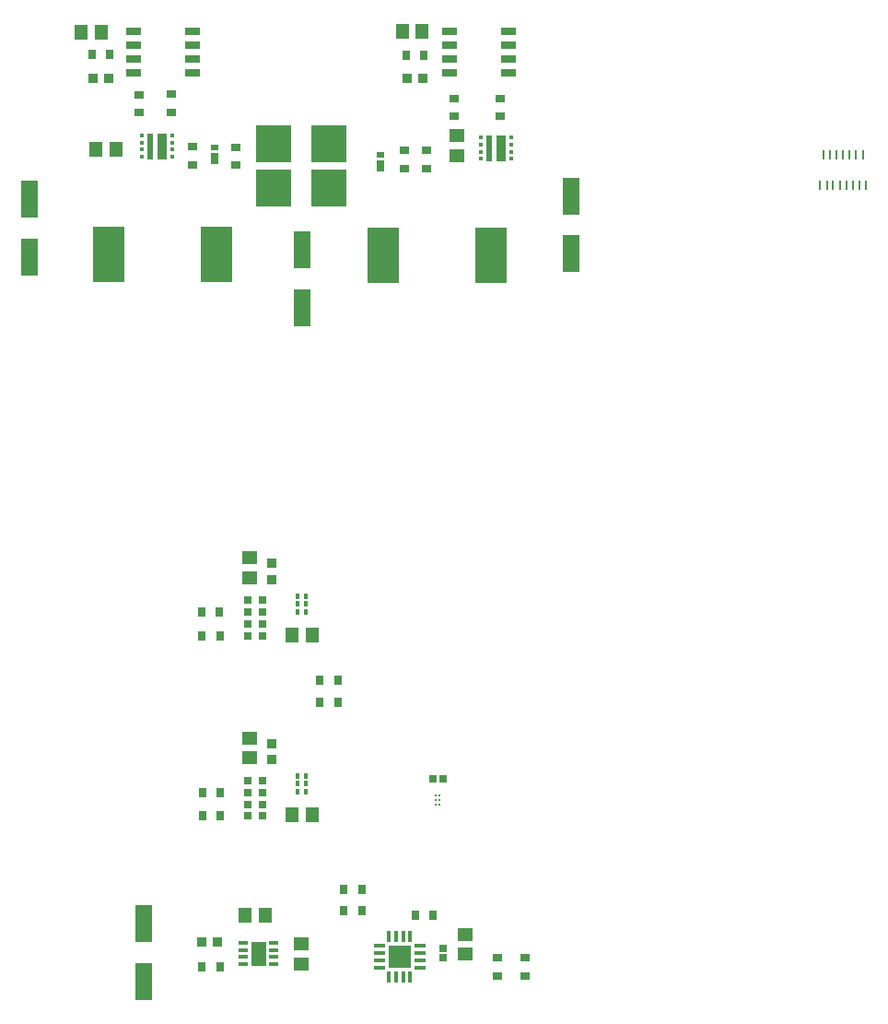
<source format=gbr>
%FSLAX23Y23*%
%MOIN*%
%SFA1B1*%

%IPPOS*%
%ADD99O,0.008300X0.034680*%
%ADD100R,0.008320X0.034700*%
%ADD101R,0.058110X0.025630*%
%ADD102R,0.026120X0.027100*%
%ADD103C,0.008800*%
%ADD104R,0.012730X0.040280*%
%ADD105R,0.040280X0.012730*%
%ADD106R,0.084410X0.084410*%
%ADD107R,0.014850X0.018790*%
%ADD108R,0.054950X0.090780*%
%ADD109R,0.034420X0.012770*%
%ADD110R,0.033840X0.025970*%
%ADD111R,0.130670X0.132640*%
%ADD112R,0.025970X0.033840*%
%ADD113R,0.016810X0.016810*%
%ADD114R,0.037860X0.093530*%
%ADD115R,0.020300X0.094630*%
%ADD116R,0.114100X0.204660*%
%ADD117R,0.037030X0.035060*%
%ADD118R,0.030050X0.024140*%
%ADD119R,0.029660X0.039510*%
%ADD120R,0.058570X0.133380*%
%ADD121R,0.037350X0.037350*%
%ADD122R,0.054320X0.048410*%
%ADD123R,0.048410X0.054320*%
%ADD124R,0.037350X0.037350*%
%ADD125R,0.025360X0.026930*%
%ADD126R,0.026930X0.025360*%
%LNbase_pcb1_paste_top-1*%
%LPD*%
G54D99*
X3801Y3396D03*
X3777D03*
X3753D03*
X3730D03*
X3706D03*
X3683D03*
X3659D03*
X3647Y3286D03*
X3671D03*
X3694D03*
X3742D03*
X3718D03*
X3765D03*
X3789D03*
G54D100*
X3812Y3286D03*
G54D101*
X2520Y3842D03*
Y3792D03*
Y3742D03*
Y3692D03*
X2307D03*
Y3742D03*
Y3792D03*
Y3842D03*
X1375D03*
Y3792D03*
Y3742D03*
Y3692D03*
X1161D03*
Y3742D03*
Y3792D03*
Y3842D03*
G54D102*
X1575Y1005D03*
Y1047D03*
Y1090D03*
Y1132D03*
X1630D03*
Y1090D03*
Y1047D03*
Y1005D03*
X1575Y1657D03*
Y1699D03*
Y1741D03*
Y1784D03*
X1630D03*
Y1741D03*
Y1699D03*
Y1657D03*
G54D103*
X2270Y1078D03*
Y1062D03*
Y1047D03*
X2255Y1078D03*
Y1062D03*
Y1047D03*
G54D104*
X2164Y568D03*
X2138D03*
X2113D03*
X2087D03*
Y423D03*
X2113D03*
X2138D03*
X2164D03*
G54D105*
X2053Y534D03*
Y508D03*
Y483D03*
Y457D03*
X2198D03*
Y483D03*
Y508D03*
Y534D03*
G54D106*
X2125Y496D03*
G54D107*
X1785Y1150D03*
Y1122D03*
Y1093D03*
X1757D03*
Y1122D03*
Y1150D03*
X1785Y1800D03*
Y1771D03*
Y1743D03*
X1757D03*
Y1771D03*
Y1800D03*
G54D108*
X1615Y507D03*
G54D109*
X1670Y469D03*
Y494D03*
Y520D03*
Y545D03*
X1560Y469D03*
Y494D03*
Y520D03*
Y545D03*
G54D110*
X2141Y3411D03*
Y3345D03*
X2490Y3600D03*
Y3534D03*
X2322Y3599D03*
Y3534D03*
X2224Y3345D03*
Y3411D03*
X1377Y3425D03*
Y3360D03*
X1299Y3615D03*
Y3550D03*
X1181Y3613D03*
Y3548D03*
X1533Y3358D03*
Y3423D03*
X2480Y492D03*
Y427D03*
X2578Y492D03*
Y427D03*
G54D111*
X1870Y3437D03*
Y3274D03*
X1670Y3437D03*
Y3274D03*
G54D112*
X2213Y3757D03*
X2148D03*
X1076Y3759D03*
X1011D03*
X1477Y1005D03*
X1412D03*
X1476Y1090D03*
X1411D03*
X1475Y1657D03*
X1410D03*
X1474Y1741D03*
X1409D03*
X1989Y740D03*
X1924D03*
X1989Y661D03*
X1924D03*
X1835Y1495D03*
X1901D03*
X1835Y1415D03*
X1901D03*
X2246Y647D03*
X2181D03*
X1475Y459D03*
X1410D03*
G54D113*
X2420Y3458D03*
Y3433D03*
Y3407D03*
Y3381D03*
X2529D03*
Y3407D03*
Y3433D03*
Y3458D03*
X1193Y3465D03*
Y3439D03*
Y3414D03*
Y3388D03*
X1302D03*
Y3414D03*
Y3439D03*
Y3465D03*
G54D114*
X2491Y3420D03*
X1265Y3426D03*
G54D115*
X2448Y3420D03*
X1221Y3426D03*
G54D116*
X2066Y3031D03*
X2456D03*
X1463Y3035D03*
X1073D03*
G54D117*
X1467Y548D03*
X1410D03*
G54D118*
X2057Y3397D03*
X1456Y3423D03*
G54D119*
X2057Y3356D03*
X1456Y3382D03*
G54D120*
X2747Y3246D03*
Y3038D03*
X785Y3234D03*
Y3025D03*
X1771Y3051D03*
Y2842D03*
X1200Y616D03*
Y407D03*
G54D121*
X2209Y3671D03*
X2152D03*
X1072D03*
X1015D03*
G54D122*
X2334Y3466D03*
Y3393D03*
X1582Y1287D03*
Y1214D03*
Y1939D03*
Y1866D03*
X2362Y577D03*
Y504D03*
X1769Y470D03*
Y543D03*
G54D123*
X2135Y3842D03*
X2207D03*
X1027Y3415D03*
X1100D03*
X973Y3838D03*
X1046D03*
X1735Y1010D03*
X1808D03*
X1735Y1660D03*
X1808D03*
X1639Y647D03*
X1566D03*
G54D124*
X1663Y1266D03*
Y1208D03*
Y1918D03*
Y1860D03*
G54D125*
X2281Y1140D03*
X2246D03*
G54D126*
X2283Y526D03*
Y491D03*
M02*
</source>
